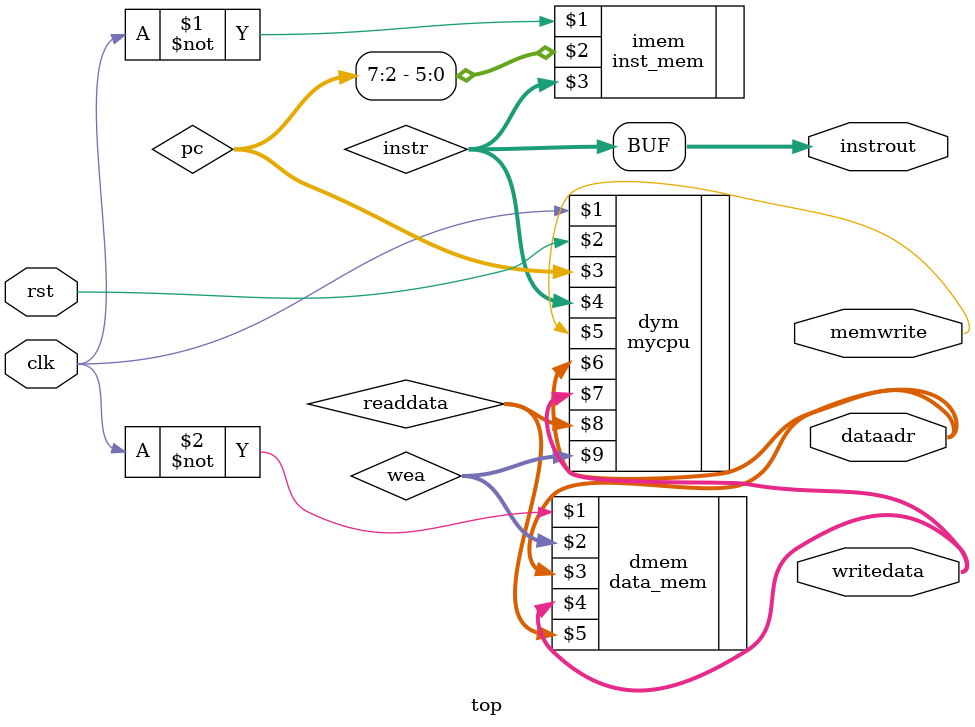
<source format=v>
`timescale 1ns / 1ps


module top(
	input wire clk,rst,
	output wire[31:0] writedata,dataadr,
	output wire memwrite,
	output wire[31:0] instrout
    );

	wire[31:0] pc,instr,readdata;
    wire[3:0] wea;
	mycpu dym(clk,rst,pc,instr,memwrite,dataadr,writedata,readdata,wea);
	inst_mem imem(~clk,pc[7:2],instr);
	data_mem dmem(~clk,wea,dataadr,writedata,readdata);
	assign instrout=instr;
endmodule

</source>
